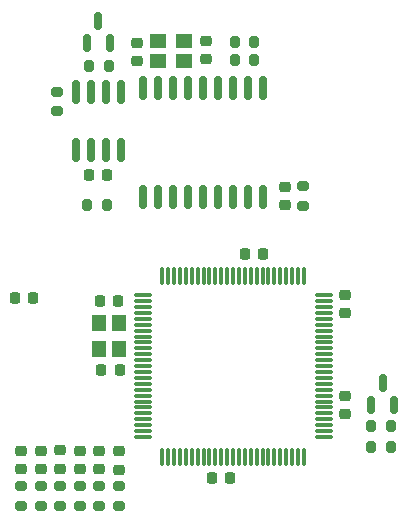
<source format=gbr>
%TF.GenerationSoftware,KiCad,Pcbnew,6.0.4-6f826c9f35~116~ubuntu20.04.1*%
%TF.CreationDate,2022-04-19T19:11:04+03:00*%
%TF.ProjectId,oskar_feet_rev1,6f736b61-725f-4666-9565-745f72657631,rev?*%
%TF.SameCoordinates,Original*%
%TF.FileFunction,Paste,Top*%
%TF.FilePolarity,Positive*%
%FSLAX46Y46*%
G04 Gerber Fmt 4.6, Leading zero omitted, Abs format (unit mm)*
G04 Created by KiCad (PCBNEW 6.0.4-6f826c9f35~116~ubuntu20.04.1) date 2022-04-19 19:11:04*
%MOMM*%
%LPD*%
G01*
G04 APERTURE LIST*
G04 Aperture macros list*
%AMRoundRect*
0 Rectangle with rounded corners*
0 $1 Rounding radius*
0 $2 $3 $4 $5 $6 $7 $8 $9 X,Y pos of 4 corners*
0 Add a 4 corners polygon primitive as box body*
4,1,4,$2,$3,$4,$5,$6,$7,$8,$9,$2,$3,0*
0 Add four circle primitives for the rounded corners*
1,1,$1+$1,$2,$3*
1,1,$1+$1,$4,$5*
1,1,$1+$1,$6,$7*
1,1,$1+$1,$8,$9*
0 Add four rect primitives between the rounded corners*
20,1,$1+$1,$2,$3,$4,$5,0*
20,1,$1+$1,$4,$5,$6,$7,0*
20,1,$1+$1,$6,$7,$8,$9,0*
20,1,$1+$1,$8,$9,$2,$3,0*%
G04 Aperture macros list end*
%ADD10RoundRect,0.200000X0.275000X-0.200000X0.275000X0.200000X-0.275000X0.200000X-0.275000X-0.200000X0*%
%ADD11RoundRect,0.218750X0.256250X-0.218750X0.256250X0.218750X-0.256250X0.218750X-0.256250X-0.218750X0*%
%ADD12RoundRect,0.225000X-0.225000X-0.250000X0.225000X-0.250000X0.225000X0.250000X-0.225000X0.250000X0*%
%ADD13RoundRect,0.225000X0.225000X0.250000X-0.225000X0.250000X-0.225000X-0.250000X0.225000X-0.250000X0*%
%ADD14RoundRect,0.075000X-0.075000X0.662500X-0.075000X-0.662500X0.075000X-0.662500X0.075000X0.662500X0*%
%ADD15RoundRect,0.075000X-0.662500X0.075000X-0.662500X-0.075000X0.662500X-0.075000X0.662500X0.075000X0*%
%ADD16RoundRect,0.150000X0.150000X-0.587500X0.150000X0.587500X-0.150000X0.587500X-0.150000X-0.587500X0*%
%ADD17RoundRect,0.200000X-0.200000X-0.275000X0.200000X-0.275000X0.200000X0.275000X-0.200000X0.275000X0*%
%ADD18RoundRect,0.200000X-0.275000X0.200000X-0.275000X-0.200000X0.275000X-0.200000X0.275000X0.200000X0*%
%ADD19RoundRect,0.225000X0.250000X-0.225000X0.250000X0.225000X-0.250000X0.225000X-0.250000X-0.225000X0*%
%ADD20RoundRect,0.150000X0.150000X-0.825000X0.150000X0.825000X-0.150000X0.825000X-0.150000X-0.825000X0*%
%ADD21R,1.400000X1.200000*%
%ADD22RoundRect,0.200000X0.200000X0.275000X-0.200000X0.275000X-0.200000X-0.275000X0.200000X-0.275000X0*%
%ADD23RoundRect,0.150000X-0.150000X0.875000X-0.150000X-0.875000X0.150000X-0.875000X0.150000X0.875000X0*%
%ADD24RoundRect,0.225000X-0.250000X0.225000X-0.250000X-0.225000X0.250000X-0.225000X0.250000X0.225000X0*%
%ADD25R,1.200000X1.400000*%
G04 APERTURE END LIST*
D10*
%TO.C,R11*%
X69723000Y-121602000D03*
X69723000Y-119952000D03*
%TD*%
%TO.C,R9*%
X66421000Y-121602000D03*
X66421000Y-119952000D03*
%TD*%
D11*
%TO.C,D3*%
X64770000Y-118516500D03*
X64770000Y-116941500D03*
%TD*%
D12*
%TO.C,C4*%
X69752800Y-104291900D03*
X71302800Y-104291900D03*
%TD*%
D13*
%TO.C,C11*%
X70406360Y-93559650D03*
X68856360Y-93559650D03*
%TD*%
%TO.C,C5*%
X64148000Y-104013000D03*
X62598000Y-104013000D03*
%TD*%
D14*
%TO.C,U1*%
X87057000Y-102108000D03*
X86557000Y-102108000D03*
X86057000Y-102108000D03*
X85557000Y-102108000D03*
X85057000Y-102108000D03*
X84557000Y-102108000D03*
X84057000Y-102108000D03*
X83557000Y-102108000D03*
X83057000Y-102108000D03*
X82557000Y-102108000D03*
X82057000Y-102108000D03*
X81557000Y-102108000D03*
X81057000Y-102108000D03*
X80557000Y-102108000D03*
X80057000Y-102108000D03*
X79557000Y-102108000D03*
X79057000Y-102108000D03*
X78557000Y-102108000D03*
X78057000Y-102108000D03*
X77557000Y-102108000D03*
X77057000Y-102108000D03*
X76557000Y-102108000D03*
X76057000Y-102108000D03*
X75557000Y-102108000D03*
X75057000Y-102108000D03*
D15*
X73394500Y-103770500D03*
X73394500Y-104270500D03*
X73394500Y-104770500D03*
X73394500Y-105270500D03*
X73394500Y-105770500D03*
X73394500Y-106270500D03*
X73394500Y-106770500D03*
X73394500Y-107270500D03*
X73394500Y-107770500D03*
X73394500Y-108270500D03*
X73394500Y-108770500D03*
X73394500Y-109270500D03*
X73394500Y-109770500D03*
X73394500Y-110270500D03*
X73394500Y-110770500D03*
X73394500Y-111270500D03*
X73394500Y-111770500D03*
X73394500Y-112270500D03*
X73394500Y-112770500D03*
X73394500Y-113270500D03*
X73394500Y-113770500D03*
X73394500Y-114270500D03*
X73394500Y-114770500D03*
X73394500Y-115270500D03*
X73394500Y-115770500D03*
D14*
X75057000Y-117433000D03*
X75557000Y-117433000D03*
X76057000Y-117433000D03*
X76557000Y-117433000D03*
X77057000Y-117433000D03*
X77557000Y-117433000D03*
X78057000Y-117433000D03*
X78557000Y-117433000D03*
X79057000Y-117433000D03*
X79557000Y-117433000D03*
X80057000Y-117433000D03*
X80557000Y-117433000D03*
X81057000Y-117433000D03*
X81557000Y-117433000D03*
X82057000Y-117433000D03*
X82557000Y-117433000D03*
X83057000Y-117433000D03*
X83557000Y-117433000D03*
X84057000Y-117433000D03*
X84557000Y-117433000D03*
X85057000Y-117433000D03*
X85557000Y-117433000D03*
X86057000Y-117433000D03*
X86557000Y-117433000D03*
X87057000Y-117433000D03*
D15*
X88719500Y-115770500D03*
X88719500Y-115270500D03*
X88719500Y-114770500D03*
X88719500Y-114270500D03*
X88719500Y-113770500D03*
X88719500Y-113270500D03*
X88719500Y-112770500D03*
X88719500Y-112270500D03*
X88719500Y-111770500D03*
X88719500Y-111270500D03*
X88719500Y-110770500D03*
X88719500Y-110270500D03*
X88719500Y-109770500D03*
X88719500Y-109270500D03*
X88719500Y-108770500D03*
X88719500Y-108270500D03*
X88719500Y-107770500D03*
X88719500Y-107270500D03*
X88719500Y-106770500D03*
X88719500Y-106270500D03*
X88719500Y-105770500D03*
X88719500Y-105270500D03*
X88719500Y-104770500D03*
X88719500Y-104270500D03*
X88719500Y-103770500D03*
%TD*%
D10*
%TO.C,R4*%
X86995000Y-96202000D03*
X86995000Y-94552000D03*
%TD*%
D16*
%TO.C,Q1*%
X92776000Y-113057500D03*
X94676000Y-113057500D03*
X93726000Y-111182500D03*
%TD*%
%TO.C,D1*%
X68706760Y-82457550D03*
X70606760Y-82457550D03*
X69656760Y-80582550D03*
%TD*%
D11*
%TO.C,D4*%
X66421000Y-118491000D03*
X66421000Y-116916000D03*
%TD*%
D17*
%TO.C,R13*%
X81204300Y-82320900D03*
X82854300Y-82320900D03*
%TD*%
D18*
%TO.C,R2*%
X66151560Y-86523850D03*
X66151560Y-88173850D03*
%TD*%
D19*
%TO.C,C9*%
X72898000Y-83973000D03*
X72898000Y-82423000D03*
%TD*%
D10*
%TO.C,R10*%
X68072000Y-121602000D03*
X68072000Y-119952000D03*
%TD*%
%TO.C,R8*%
X64770000Y-121602000D03*
X64770000Y-119952000D03*
%TD*%
D11*
%TO.C,D7*%
X71374000Y-118542000D03*
X71374000Y-116967000D03*
%TD*%
%TO.C,D2*%
X63119000Y-118516500D03*
X63119000Y-116941500D03*
%TD*%
D20*
%TO.C,U3*%
X67751760Y-91488050D03*
X69021760Y-91488050D03*
X70291760Y-91488050D03*
X71561760Y-91488050D03*
X71561760Y-86538050D03*
X70291760Y-86538050D03*
X69021760Y-86538050D03*
X67751760Y-86538050D03*
%TD*%
D11*
%TO.C,D5*%
X68072000Y-118516500D03*
X68072000Y-116941500D03*
%TD*%
D13*
%TO.C,C7*%
X83579000Y-100321700D03*
X82029000Y-100321700D03*
%TD*%
D21*
%TO.C,Y1*%
X76919000Y-82271800D03*
X74719000Y-82271800D03*
X74719000Y-83971800D03*
X76919000Y-83971800D03*
%TD*%
D22*
%TO.C,R1*%
X70358000Y-96139000D03*
X68708000Y-96139000D03*
%TD*%
D12*
%TO.C,C6*%
X79285800Y-119253000D03*
X80835800Y-119253000D03*
%TD*%
D19*
%TO.C,C10*%
X85471000Y-96152000D03*
X85471000Y-94602000D03*
%TD*%
D23*
%TO.C,U2*%
X83616800Y-86193400D03*
X82346800Y-86193400D03*
X81076800Y-86193400D03*
X79806800Y-86193400D03*
X78536800Y-86193400D03*
X77266800Y-86193400D03*
X75996800Y-86193400D03*
X74726800Y-86193400D03*
X73456800Y-86193400D03*
X73456800Y-95493400D03*
X74726800Y-95493400D03*
X75996800Y-95493400D03*
X77266800Y-95493400D03*
X78536800Y-95493400D03*
X79806800Y-95493400D03*
X81076800Y-95493400D03*
X82346800Y-95493400D03*
X83616800Y-95493400D03*
%TD*%
D22*
%TO.C,R5*%
X94398600Y-114865500D03*
X92748600Y-114865500D03*
%TD*%
D19*
%TO.C,C1*%
X90551000Y-113818000D03*
X90551000Y-112268000D03*
%TD*%
D17*
%TO.C,R14*%
X81204300Y-83844900D03*
X82854300Y-83844900D03*
%TD*%
D10*
%TO.C,R12*%
X71374000Y-121602000D03*
X71374000Y-119952000D03*
%TD*%
D17*
%TO.C,R3*%
X68870360Y-84364850D03*
X70520360Y-84364850D03*
%TD*%
D24*
%TO.C,C2*%
X90519800Y-103747700D03*
X90519800Y-105297700D03*
%TD*%
D19*
%TO.C,C8*%
X78740000Y-83807600D03*
X78740000Y-82257600D03*
%TD*%
D10*
%TO.C,R7*%
X63119000Y-121602000D03*
X63119000Y-119952000D03*
%TD*%
D17*
%TO.C,R6*%
X92774000Y-116586000D03*
X94424000Y-116586000D03*
%TD*%
D12*
%TO.C,C3*%
X69905200Y-110133900D03*
X71455200Y-110133900D03*
%TD*%
D11*
%TO.C,D6*%
X69723000Y-118516500D03*
X69723000Y-116941500D03*
%TD*%
D25*
%TO.C,Y3*%
X69742200Y-106105100D03*
X69742200Y-108305100D03*
X71442200Y-108305100D03*
X71442200Y-106105100D03*
%TD*%
M02*

</source>
